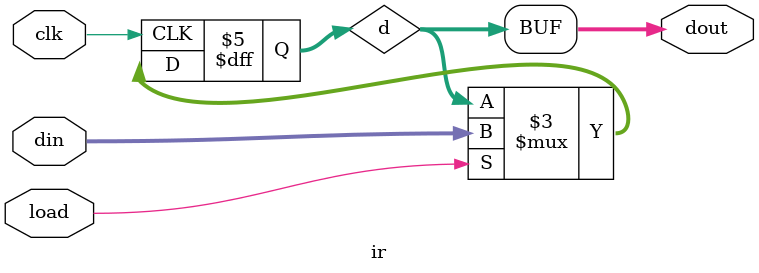
<source format=v>
module ir(clk,load,din,dout);
  input clk,load;
  input [1:0] din;
  output [1:0] dout;
  
  reg [1:0] d;
  
  assign dout = d;
  
  always @(posedge clk)
  begin
    if(load)
      d = din;
  end
  
endmodule


</source>
